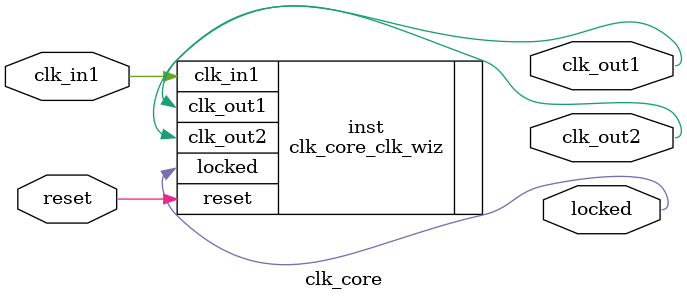
<source format=v>


`timescale 1ps/1ps

(* CORE_GENERATION_INFO = "clk_core,clk_wiz_v5_4_1_0,{component_name=clk_core,use_phase_alignment=true,use_min_o_jitter=false,use_max_i_jitter=false,use_dyn_phase_shift=false,use_inclk_switchover=false,use_dyn_reconfig=false,enable_axi=0,feedback_source=FDBK_AUTO,PRIMITIVE=MMCM,num_out_clk=2,clkin1_period=10.000,clkin2_period=10.000,use_power_down=false,use_reset=true,use_locked=true,use_inclk_stopped=false,feedback_type=SINGLE,CLOCK_MGR_TYPE=NA,manual_override=false}" *)

module clk_core 
 (
  // Clock out ports
  output        clk_out1,
  output        clk_out2,
  // Status and control signals
  input         reset,
  output        locked,
 // Clock in ports
  input         clk_in1
 );

  clk_core_clk_wiz inst
  (
  // Clock out ports  
  .clk_out1(clk_out1),
  .clk_out2(clk_out2),
  // Status and control signals               
  .reset(reset), 
  .locked(locked),
 // Clock in ports
  .clk_in1(clk_in1)
  );

endmodule

</source>
